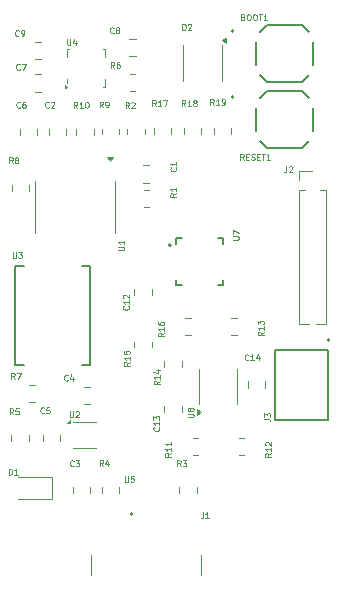
<source format=gbr>
%TF.GenerationSoftware,KiCad,Pcbnew,9.0.4*%
%TF.CreationDate,2025-09-15T16:29:57+02:00*%
%TF.ProjectId,stm32-mcu,73746d33-322d-46d6-9375-2e6b69636164,rev?*%
%TF.SameCoordinates,Original*%
%TF.FileFunction,Legend,Top*%
%TF.FilePolarity,Positive*%
%FSLAX46Y46*%
G04 Gerber Fmt 4.6, Leading zero omitted, Abs format (unit mm)*
G04 Created by KiCad (PCBNEW 9.0.4) date 2025-09-15 16:29:57*
%MOMM*%
%LPD*%
G01*
G04 APERTURE LIST*
%ADD10C,0.125000*%
%ADD11C,0.120000*%
%ADD12C,0.200000*%
%ADD13C,0.127000*%
%ADD14C,0.152400*%
G04 APERTURE END LIST*
D10*
X143051339Y-72433958D02*
X143051339Y-71933958D01*
X143051339Y-71933958D02*
X143170387Y-71933958D01*
X143170387Y-71933958D02*
X143241815Y-71957768D01*
X143241815Y-71957768D02*
X143289434Y-72005387D01*
X143289434Y-72005387D02*
X143313244Y-72053006D01*
X143313244Y-72053006D02*
X143337053Y-72148244D01*
X143337053Y-72148244D02*
X143337053Y-72219672D01*
X143337053Y-72219672D02*
X143313244Y-72314910D01*
X143313244Y-72314910D02*
X143289434Y-72362529D01*
X143289434Y-72362529D02*
X143241815Y-72410149D01*
X143241815Y-72410149D02*
X143170387Y-72433958D01*
X143170387Y-72433958D02*
X143051339Y-72433958D01*
X143527530Y-71981577D02*
X143551339Y-71957768D01*
X143551339Y-71957768D02*
X143598958Y-71933958D01*
X143598958Y-71933958D02*
X143718006Y-71933958D01*
X143718006Y-71933958D02*
X143765625Y-71957768D01*
X143765625Y-71957768D02*
X143789434Y-71981577D01*
X143789434Y-71981577D02*
X143813244Y-72029196D01*
X143813244Y-72029196D02*
X143813244Y-72076815D01*
X143813244Y-72076815D02*
X143789434Y-72148244D01*
X143789434Y-72148244D02*
X143503720Y-72433958D01*
X143503720Y-72433958D02*
X143813244Y-72433958D01*
X133273799Y-73202061D02*
X133273799Y-73606823D01*
X133273799Y-73606823D02*
X133297609Y-73654442D01*
X133297609Y-73654442D02*
X133321418Y-73678252D01*
X133321418Y-73678252D02*
X133369037Y-73702061D01*
X133369037Y-73702061D02*
X133464275Y-73702061D01*
X133464275Y-73702061D02*
X133511894Y-73678252D01*
X133511894Y-73678252D02*
X133535704Y-73654442D01*
X133535704Y-73654442D02*
X133559513Y-73606823D01*
X133559513Y-73606823D02*
X133559513Y-73202061D01*
X134011895Y-73368728D02*
X134011895Y-73702061D01*
X133892847Y-73178252D02*
X133773800Y-73535394D01*
X133773800Y-73535394D02*
X134083323Y-73535394D01*
X144775040Y-113296358D02*
X144775040Y-113653501D01*
X144775040Y-113653501D02*
X144751231Y-113724929D01*
X144751231Y-113724929D02*
X144703612Y-113772549D01*
X144703612Y-113772549D02*
X144632183Y-113796358D01*
X144632183Y-113796358D02*
X144584564Y-113796358D01*
X145275040Y-113796358D02*
X144989326Y-113796358D01*
X145132183Y-113796358D02*
X145132183Y-113296358D01*
X145132183Y-113296358D02*
X145084564Y-113367787D01*
X145084564Y-113367787D02*
X145036945Y-113415406D01*
X145036945Y-113415406D02*
X144989326Y-113439215D01*
X143298958Y-78888958D02*
X143132292Y-78650863D01*
X143013244Y-78888958D02*
X143013244Y-78388958D01*
X143013244Y-78388958D02*
X143203720Y-78388958D01*
X143203720Y-78388958D02*
X143251339Y-78412768D01*
X143251339Y-78412768D02*
X143275149Y-78436577D01*
X143275149Y-78436577D02*
X143298958Y-78484196D01*
X143298958Y-78484196D02*
X143298958Y-78555625D01*
X143298958Y-78555625D02*
X143275149Y-78603244D01*
X143275149Y-78603244D02*
X143251339Y-78627053D01*
X143251339Y-78627053D02*
X143203720Y-78650863D01*
X143203720Y-78650863D02*
X143013244Y-78650863D01*
X143775149Y-78888958D02*
X143489435Y-78888958D01*
X143632292Y-78888958D02*
X143632292Y-78388958D01*
X143632292Y-78388958D02*
X143584673Y-78460387D01*
X143584673Y-78460387D02*
X143537054Y-78508006D01*
X143537054Y-78508006D02*
X143489435Y-78531815D01*
X144060863Y-78603244D02*
X144013244Y-78579434D01*
X144013244Y-78579434D02*
X143989434Y-78555625D01*
X143989434Y-78555625D02*
X143965625Y-78508006D01*
X143965625Y-78508006D02*
X143965625Y-78484196D01*
X143965625Y-78484196D02*
X143989434Y-78436577D01*
X143989434Y-78436577D02*
X144013244Y-78412768D01*
X144013244Y-78412768D02*
X144060863Y-78388958D01*
X144060863Y-78388958D02*
X144156101Y-78388958D01*
X144156101Y-78388958D02*
X144203720Y-78412768D01*
X144203720Y-78412768D02*
X144227529Y-78436577D01*
X144227529Y-78436577D02*
X144251339Y-78484196D01*
X144251339Y-78484196D02*
X144251339Y-78508006D01*
X144251339Y-78508006D02*
X144227529Y-78555625D01*
X144227529Y-78555625D02*
X144203720Y-78579434D01*
X144203720Y-78579434D02*
X144156101Y-78603244D01*
X144156101Y-78603244D02*
X144060863Y-78603244D01*
X144060863Y-78603244D02*
X144013244Y-78627053D01*
X144013244Y-78627053D02*
X143989434Y-78650863D01*
X143989434Y-78650863D02*
X143965625Y-78698482D01*
X143965625Y-78698482D02*
X143965625Y-78793720D01*
X143965625Y-78793720D02*
X143989434Y-78841339D01*
X143989434Y-78841339D02*
X144013244Y-78865149D01*
X144013244Y-78865149D02*
X144060863Y-78888958D01*
X144060863Y-78888958D02*
X144156101Y-78888958D01*
X144156101Y-78888958D02*
X144203720Y-78865149D01*
X144203720Y-78865149D02*
X144227529Y-78841339D01*
X144227529Y-78841339D02*
X144251339Y-78793720D01*
X144251339Y-78793720D02*
X144251339Y-78698482D01*
X144251339Y-78698482D02*
X144227529Y-78650863D01*
X144227529Y-78650863D02*
X144203720Y-78627053D01*
X144203720Y-78627053D02*
X144156101Y-78603244D01*
X148622302Y-100360771D02*
X148598493Y-100384581D01*
X148598493Y-100384581D02*
X148527064Y-100408390D01*
X148527064Y-100408390D02*
X148479445Y-100408390D01*
X148479445Y-100408390D02*
X148408017Y-100384581D01*
X148408017Y-100384581D02*
X148360398Y-100336961D01*
X148360398Y-100336961D02*
X148336588Y-100289342D01*
X148336588Y-100289342D02*
X148312779Y-100194104D01*
X148312779Y-100194104D02*
X148312779Y-100122676D01*
X148312779Y-100122676D02*
X148336588Y-100027438D01*
X148336588Y-100027438D02*
X148360398Y-99979819D01*
X148360398Y-99979819D02*
X148408017Y-99932200D01*
X148408017Y-99932200D02*
X148479445Y-99908390D01*
X148479445Y-99908390D02*
X148527064Y-99908390D01*
X148527064Y-99908390D02*
X148598493Y-99932200D01*
X148598493Y-99932200D02*
X148622302Y-99956009D01*
X149098493Y-100408390D02*
X148812779Y-100408390D01*
X148955636Y-100408390D02*
X148955636Y-99908390D01*
X148955636Y-99908390D02*
X148908017Y-99979819D01*
X148908017Y-99979819D02*
X148860398Y-100027438D01*
X148860398Y-100027438D02*
X148812779Y-100051247D01*
X149527064Y-100075057D02*
X149527064Y-100408390D01*
X149408016Y-99884581D02*
X149288969Y-100241723D01*
X149288969Y-100241723D02*
X149598492Y-100241723D01*
X136323324Y-79005356D02*
X136156658Y-78767261D01*
X136037610Y-79005356D02*
X136037610Y-78505356D01*
X136037610Y-78505356D02*
X136228086Y-78505356D01*
X136228086Y-78505356D02*
X136275705Y-78529166D01*
X136275705Y-78529166D02*
X136299515Y-78552975D01*
X136299515Y-78552975D02*
X136323324Y-78600594D01*
X136323324Y-78600594D02*
X136323324Y-78672023D01*
X136323324Y-78672023D02*
X136299515Y-78719642D01*
X136299515Y-78719642D02*
X136275705Y-78743451D01*
X136275705Y-78743451D02*
X136228086Y-78767261D01*
X136228086Y-78767261D02*
X136037610Y-78767261D01*
X136561420Y-79005356D02*
X136656658Y-79005356D01*
X136656658Y-79005356D02*
X136704277Y-78981547D01*
X136704277Y-78981547D02*
X136728086Y-78957737D01*
X136728086Y-78957737D02*
X136775705Y-78886308D01*
X136775705Y-78886308D02*
X136799515Y-78791070D01*
X136799515Y-78791070D02*
X136799515Y-78600594D01*
X136799515Y-78600594D02*
X136775705Y-78552975D01*
X136775705Y-78552975D02*
X136751896Y-78529166D01*
X136751896Y-78529166D02*
X136704277Y-78505356D01*
X136704277Y-78505356D02*
X136609039Y-78505356D01*
X136609039Y-78505356D02*
X136561420Y-78529166D01*
X136561420Y-78529166D02*
X136537610Y-78552975D01*
X136537610Y-78552975D02*
X136513801Y-78600594D01*
X136513801Y-78600594D02*
X136513801Y-78719642D01*
X136513801Y-78719642D02*
X136537610Y-78767261D01*
X136537610Y-78767261D02*
X136561420Y-78791070D01*
X136561420Y-78791070D02*
X136609039Y-78814880D01*
X136609039Y-78814880D02*
X136704277Y-78814880D01*
X136704277Y-78814880D02*
X136751896Y-78791070D01*
X136751896Y-78791070D02*
X136775705Y-78767261D01*
X136775705Y-78767261D02*
X136799515Y-78719642D01*
X142524809Y-86283333D02*
X142286714Y-86449999D01*
X142524809Y-86569047D02*
X142024809Y-86569047D01*
X142024809Y-86569047D02*
X142024809Y-86378571D01*
X142024809Y-86378571D02*
X142048619Y-86330952D01*
X142048619Y-86330952D02*
X142072428Y-86307142D01*
X142072428Y-86307142D02*
X142120047Y-86283333D01*
X142120047Y-86283333D02*
X142191476Y-86283333D01*
X142191476Y-86283333D02*
X142239095Y-86307142D01*
X142239095Y-86307142D02*
X142262904Y-86330952D01*
X142262904Y-86330952D02*
X142286714Y-86378571D01*
X142286714Y-86378571D02*
X142286714Y-86569047D01*
X142524809Y-85807142D02*
X142524809Y-86092856D01*
X142524809Y-85949999D02*
X142024809Y-85949999D01*
X142024809Y-85949999D02*
X142096238Y-85997618D01*
X142096238Y-85997618D02*
X142143857Y-86045237D01*
X142143857Y-86045237D02*
X142167666Y-86092856D01*
X133837414Y-109329410D02*
X133813605Y-109353220D01*
X133813605Y-109353220D02*
X133742176Y-109377029D01*
X133742176Y-109377029D02*
X133694557Y-109377029D01*
X133694557Y-109377029D02*
X133623129Y-109353220D01*
X133623129Y-109353220D02*
X133575510Y-109305600D01*
X133575510Y-109305600D02*
X133551700Y-109257981D01*
X133551700Y-109257981D02*
X133527891Y-109162743D01*
X133527891Y-109162743D02*
X133527891Y-109091315D01*
X133527891Y-109091315D02*
X133551700Y-108996077D01*
X133551700Y-108996077D02*
X133575510Y-108948458D01*
X133575510Y-108948458D02*
X133623129Y-108900839D01*
X133623129Y-108900839D02*
X133694557Y-108877029D01*
X133694557Y-108877029D02*
X133742176Y-108877029D01*
X133742176Y-108877029D02*
X133813605Y-108900839D01*
X133813605Y-108900839D02*
X133837414Y-108924648D01*
X134004081Y-108877029D02*
X134313605Y-108877029D01*
X134313605Y-108877029D02*
X134146938Y-109067505D01*
X134146938Y-109067505D02*
X134218367Y-109067505D01*
X134218367Y-109067505D02*
X134265986Y-109091315D01*
X134265986Y-109091315D02*
X134289795Y-109115124D01*
X134289795Y-109115124D02*
X134313605Y-109162743D01*
X134313605Y-109162743D02*
X134313605Y-109281791D01*
X134313605Y-109281791D02*
X134289795Y-109329410D01*
X134289795Y-109329410D02*
X134265986Y-109353220D01*
X134265986Y-109353220D02*
X134218367Y-109377029D01*
X134218367Y-109377029D02*
X134075510Y-109377029D01*
X134075510Y-109377029D02*
X134027891Y-109353220D01*
X134027891Y-109353220D02*
X134004081Y-109329410D01*
X141114809Y-102158729D02*
X140876714Y-102325395D01*
X141114809Y-102444443D02*
X140614809Y-102444443D01*
X140614809Y-102444443D02*
X140614809Y-102253967D01*
X140614809Y-102253967D02*
X140638619Y-102206348D01*
X140638619Y-102206348D02*
X140662428Y-102182538D01*
X140662428Y-102182538D02*
X140710047Y-102158729D01*
X140710047Y-102158729D02*
X140781476Y-102158729D01*
X140781476Y-102158729D02*
X140829095Y-102182538D01*
X140829095Y-102182538D02*
X140852904Y-102206348D01*
X140852904Y-102206348D02*
X140876714Y-102253967D01*
X140876714Y-102253967D02*
X140876714Y-102444443D01*
X141114809Y-101682538D02*
X141114809Y-101968252D01*
X141114809Y-101825395D02*
X140614809Y-101825395D01*
X140614809Y-101825395D02*
X140686238Y-101873014D01*
X140686238Y-101873014D02*
X140733857Y-101920633D01*
X140733857Y-101920633D02*
X140757666Y-101968252D01*
X140781476Y-101253967D02*
X141114809Y-101253967D01*
X140591000Y-101373015D02*
X140948142Y-101492062D01*
X140948142Y-101492062D02*
X140948142Y-101182539D01*
X129284468Y-75768916D02*
X129260659Y-75792726D01*
X129260659Y-75792726D02*
X129189230Y-75816535D01*
X129189230Y-75816535D02*
X129141611Y-75816535D01*
X129141611Y-75816535D02*
X129070183Y-75792726D01*
X129070183Y-75792726D02*
X129022564Y-75745106D01*
X129022564Y-75745106D02*
X128998754Y-75697487D01*
X128998754Y-75697487D02*
X128974945Y-75602249D01*
X128974945Y-75602249D02*
X128974945Y-75530821D01*
X128974945Y-75530821D02*
X128998754Y-75435583D01*
X128998754Y-75435583D02*
X129022564Y-75387964D01*
X129022564Y-75387964D02*
X129070183Y-75340345D01*
X129070183Y-75340345D02*
X129141611Y-75316535D01*
X129141611Y-75316535D02*
X129189230Y-75316535D01*
X129189230Y-75316535D02*
X129260659Y-75340345D01*
X129260659Y-75340345D02*
X129284468Y-75364154D01*
X129451135Y-75316535D02*
X129784468Y-75316535D01*
X129784468Y-75316535D02*
X129570183Y-75816535D01*
X128351339Y-110088958D02*
X128351339Y-109588958D01*
X128351339Y-109588958D02*
X128470387Y-109588958D01*
X128470387Y-109588958D02*
X128541815Y-109612768D01*
X128541815Y-109612768D02*
X128589434Y-109660387D01*
X128589434Y-109660387D02*
X128613244Y-109708006D01*
X128613244Y-109708006D02*
X128637053Y-109803244D01*
X128637053Y-109803244D02*
X128637053Y-109874672D01*
X128637053Y-109874672D02*
X128613244Y-109969910D01*
X128613244Y-109969910D02*
X128589434Y-110017529D01*
X128589434Y-110017529D02*
X128541815Y-110065149D01*
X128541815Y-110065149D02*
X128470387Y-110088958D01*
X128470387Y-110088958D02*
X128351339Y-110088958D01*
X129113244Y-110088958D02*
X128827530Y-110088958D01*
X128970387Y-110088958D02*
X128970387Y-109588958D01*
X128970387Y-109588958D02*
X128922768Y-109660387D01*
X128922768Y-109660387D02*
X128875149Y-109708006D01*
X128875149Y-109708006D02*
X128827530Y-109731815D01*
X142477190Y-84083333D02*
X142501000Y-84107142D01*
X142501000Y-84107142D02*
X142524809Y-84178571D01*
X142524809Y-84178571D02*
X142524809Y-84226190D01*
X142524809Y-84226190D02*
X142501000Y-84297618D01*
X142501000Y-84297618D02*
X142453380Y-84345237D01*
X142453380Y-84345237D02*
X142405761Y-84369047D01*
X142405761Y-84369047D02*
X142310523Y-84392856D01*
X142310523Y-84392856D02*
X142239095Y-84392856D01*
X142239095Y-84392856D02*
X142143857Y-84369047D01*
X142143857Y-84369047D02*
X142096238Y-84345237D01*
X142096238Y-84345237D02*
X142048619Y-84297618D01*
X142048619Y-84297618D02*
X142024809Y-84226190D01*
X142024809Y-84226190D02*
X142024809Y-84178571D01*
X142024809Y-84178571D02*
X142048619Y-84107142D01*
X142048619Y-84107142D02*
X142072428Y-84083333D01*
X142524809Y-83607142D02*
X142524809Y-83892856D01*
X142524809Y-83749999D02*
X142024809Y-83749999D01*
X142024809Y-83749999D02*
X142096238Y-83797618D01*
X142096238Y-83797618D02*
X142143857Y-83845237D01*
X142143857Y-83845237D02*
X142167666Y-83892856D01*
X149924809Y-98021428D02*
X149686714Y-98188094D01*
X149924809Y-98307142D02*
X149424809Y-98307142D01*
X149424809Y-98307142D02*
X149424809Y-98116666D01*
X149424809Y-98116666D02*
X149448619Y-98069047D01*
X149448619Y-98069047D02*
X149472428Y-98045237D01*
X149472428Y-98045237D02*
X149520047Y-98021428D01*
X149520047Y-98021428D02*
X149591476Y-98021428D01*
X149591476Y-98021428D02*
X149639095Y-98045237D01*
X149639095Y-98045237D02*
X149662904Y-98069047D01*
X149662904Y-98069047D02*
X149686714Y-98116666D01*
X149686714Y-98116666D02*
X149686714Y-98307142D01*
X149924809Y-97545237D02*
X149924809Y-97830951D01*
X149924809Y-97688094D02*
X149424809Y-97688094D01*
X149424809Y-97688094D02*
X149496238Y-97735713D01*
X149496238Y-97735713D02*
X149543857Y-97783332D01*
X149543857Y-97783332D02*
X149567666Y-97830951D01*
X149424809Y-97378571D02*
X149424809Y-97069047D01*
X149424809Y-97069047D02*
X149615285Y-97235714D01*
X149615285Y-97235714D02*
X149615285Y-97164285D01*
X149615285Y-97164285D02*
X149639095Y-97116666D01*
X149639095Y-97116666D02*
X149662904Y-97092857D01*
X149662904Y-97092857D02*
X149710523Y-97069047D01*
X149710523Y-97069047D02*
X149829571Y-97069047D01*
X149829571Y-97069047D02*
X149877190Y-97092857D01*
X149877190Y-97092857D02*
X149901000Y-97116666D01*
X149901000Y-97116666D02*
X149924809Y-97164285D01*
X149924809Y-97164285D02*
X149924809Y-97307142D01*
X149924809Y-97307142D02*
X149901000Y-97354761D01*
X149901000Y-97354761D02*
X149877190Y-97378571D01*
X151853720Y-83988958D02*
X151853720Y-84346101D01*
X151853720Y-84346101D02*
X151829911Y-84417529D01*
X151829911Y-84417529D02*
X151782292Y-84465149D01*
X151782292Y-84465149D02*
X151710863Y-84488958D01*
X151710863Y-84488958D02*
X151663244Y-84488958D01*
X152068006Y-84036577D02*
X152091815Y-84012768D01*
X152091815Y-84012768D02*
X152139434Y-83988958D01*
X152139434Y-83988958D02*
X152258482Y-83988958D01*
X152258482Y-83988958D02*
X152306101Y-84012768D01*
X152306101Y-84012768D02*
X152329910Y-84036577D01*
X152329910Y-84036577D02*
X152353720Y-84084196D01*
X152353720Y-84084196D02*
X152353720Y-84131815D01*
X152353720Y-84131815D02*
X152329910Y-84203244D01*
X152329910Y-84203244D02*
X152044196Y-84488958D01*
X152044196Y-84488958D02*
X152353720Y-84488958D01*
X138169434Y-110210660D02*
X138169434Y-110615422D01*
X138169434Y-110615422D02*
X138193244Y-110663041D01*
X138193244Y-110663041D02*
X138217053Y-110686851D01*
X138217053Y-110686851D02*
X138264672Y-110710660D01*
X138264672Y-110710660D02*
X138359910Y-110710660D01*
X138359910Y-110710660D02*
X138407529Y-110686851D01*
X138407529Y-110686851D02*
X138431339Y-110663041D01*
X138431339Y-110663041D02*
X138455148Y-110615422D01*
X138455148Y-110615422D02*
X138455148Y-110210660D01*
X138931339Y-110210660D02*
X138693244Y-110210660D01*
X138693244Y-110210660D02*
X138669435Y-110448755D01*
X138669435Y-110448755D02*
X138693244Y-110424946D01*
X138693244Y-110424946D02*
X138740863Y-110401136D01*
X138740863Y-110401136D02*
X138859911Y-110401136D01*
X138859911Y-110401136D02*
X138907530Y-110424946D01*
X138907530Y-110424946D02*
X138931339Y-110448755D01*
X138931339Y-110448755D02*
X138955149Y-110496374D01*
X138955149Y-110496374D02*
X138955149Y-110615422D01*
X138955149Y-110615422D02*
X138931339Y-110663041D01*
X138931339Y-110663041D02*
X138907530Y-110686851D01*
X138907530Y-110686851D02*
X138859911Y-110710660D01*
X138859911Y-110710660D02*
X138740863Y-110710660D01*
X138740863Y-110710660D02*
X138693244Y-110686851D01*
X138693244Y-110686851D02*
X138669435Y-110663041D01*
X147324809Y-90207933D02*
X147729571Y-90207933D01*
X147729571Y-90207933D02*
X147777190Y-90184123D01*
X147777190Y-90184123D02*
X147801000Y-90160314D01*
X147801000Y-90160314D02*
X147824809Y-90112695D01*
X147824809Y-90112695D02*
X147824809Y-90017457D01*
X147824809Y-90017457D02*
X147801000Y-89969838D01*
X147801000Y-89969838D02*
X147777190Y-89946028D01*
X147777190Y-89946028D02*
X147729571Y-89922219D01*
X147729571Y-89922219D02*
X147324809Y-89922219D01*
X147324809Y-89731742D02*
X147324809Y-89398409D01*
X147324809Y-89398409D02*
X147824809Y-89612694D01*
X133338860Y-102086649D02*
X133315051Y-102110459D01*
X133315051Y-102110459D02*
X133243622Y-102134268D01*
X133243622Y-102134268D02*
X133196003Y-102134268D01*
X133196003Y-102134268D02*
X133124575Y-102110459D01*
X133124575Y-102110459D02*
X133076956Y-102062839D01*
X133076956Y-102062839D02*
X133053146Y-102015220D01*
X133053146Y-102015220D02*
X133029337Y-101919982D01*
X133029337Y-101919982D02*
X133029337Y-101848554D01*
X133029337Y-101848554D02*
X133053146Y-101753316D01*
X133053146Y-101753316D02*
X133076956Y-101705697D01*
X133076956Y-101705697D02*
X133124575Y-101658078D01*
X133124575Y-101658078D02*
X133196003Y-101634268D01*
X133196003Y-101634268D02*
X133243622Y-101634268D01*
X133243622Y-101634268D02*
X133315051Y-101658078D01*
X133315051Y-101658078D02*
X133338860Y-101681887D01*
X133767432Y-101800935D02*
X133767432Y-102134268D01*
X133648384Y-101610459D02*
X133529337Y-101967601D01*
X133529337Y-101967601D02*
X133838860Y-101967601D01*
X142894987Y-109383870D02*
X142728321Y-109145775D01*
X142609273Y-109383870D02*
X142609273Y-108883870D01*
X142609273Y-108883870D02*
X142799749Y-108883870D01*
X142799749Y-108883870D02*
X142847368Y-108907680D01*
X142847368Y-108907680D02*
X142871178Y-108931489D01*
X142871178Y-108931489D02*
X142894987Y-108979108D01*
X142894987Y-108979108D02*
X142894987Y-109050537D01*
X142894987Y-109050537D02*
X142871178Y-109098156D01*
X142871178Y-109098156D02*
X142847368Y-109121965D01*
X142847368Y-109121965D02*
X142799749Y-109145775D01*
X142799749Y-109145775D02*
X142609273Y-109145775D01*
X143061654Y-108883870D02*
X143371178Y-108883870D01*
X143371178Y-108883870D02*
X143204511Y-109074346D01*
X143204511Y-109074346D02*
X143275940Y-109074346D01*
X143275940Y-109074346D02*
X143323559Y-109098156D01*
X143323559Y-109098156D02*
X143347368Y-109121965D01*
X143347368Y-109121965D02*
X143371178Y-109169584D01*
X143371178Y-109169584D02*
X143371178Y-109288632D01*
X143371178Y-109288632D02*
X143347368Y-109336251D01*
X143347368Y-109336251D02*
X143323559Y-109360061D01*
X143323559Y-109360061D02*
X143275940Y-109383870D01*
X143275940Y-109383870D02*
X143133083Y-109383870D01*
X143133083Y-109383870D02*
X143085464Y-109360061D01*
X143085464Y-109360061D02*
X143061654Y-109336251D01*
X148235714Y-83424809D02*
X148069048Y-83186714D01*
X147950000Y-83424809D02*
X147950000Y-82924809D01*
X147950000Y-82924809D02*
X148140476Y-82924809D01*
X148140476Y-82924809D02*
X148188095Y-82948619D01*
X148188095Y-82948619D02*
X148211905Y-82972428D01*
X148211905Y-82972428D02*
X148235714Y-83020047D01*
X148235714Y-83020047D02*
X148235714Y-83091476D01*
X148235714Y-83091476D02*
X148211905Y-83139095D01*
X148211905Y-83139095D02*
X148188095Y-83162904D01*
X148188095Y-83162904D02*
X148140476Y-83186714D01*
X148140476Y-83186714D02*
X147950000Y-83186714D01*
X148450000Y-83162904D02*
X148616667Y-83162904D01*
X148688095Y-83424809D02*
X148450000Y-83424809D01*
X148450000Y-83424809D02*
X148450000Y-82924809D01*
X148450000Y-82924809D02*
X148688095Y-82924809D01*
X148878572Y-83401000D02*
X148950000Y-83424809D01*
X148950000Y-83424809D02*
X149069048Y-83424809D01*
X149069048Y-83424809D02*
X149116667Y-83401000D01*
X149116667Y-83401000D02*
X149140476Y-83377190D01*
X149140476Y-83377190D02*
X149164286Y-83329571D01*
X149164286Y-83329571D02*
X149164286Y-83281952D01*
X149164286Y-83281952D02*
X149140476Y-83234333D01*
X149140476Y-83234333D02*
X149116667Y-83210523D01*
X149116667Y-83210523D02*
X149069048Y-83186714D01*
X149069048Y-83186714D02*
X148973810Y-83162904D01*
X148973810Y-83162904D02*
X148926191Y-83139095D01*
X148926191Y-83139095D02*
X148902381Y-83115285D01*
X148902381Y-83115285D02*
X148878572Y-83067666D01*
X148878572Y-83067666D02*
X148878572Y-83020047D01*
X148878572Y-83020047D02*
X148902381Y-82972428D01*
X148902381Y-82972428D02*
X148926191Y-82948619D01*
X148926191Y-82948619D02*
X148973810Y-82924809D01*
X148973810Y-82924809D02*
X149092857Y-82924809D01*
X149092857Y-82924809D02*
X149164286Y-82948619D01*
X149378571Y-83162904D02*
X149545238Y-83162904D01*
X149616666Y-83424809D02*
X149378571Y-83424809D01*
X149378571Y-83424809D02*
X149378571Y-82924809D01*
X149378571Y-82924809D02*
X149616666Y-82924809D01*
X149759524Y-82924809D02*
X150045238Y-82924809D01*
X149902381Y-83424809D02*
X149902381Y-82924809D01*
X150473809Y-83424809D02*
X150188095Y-83424809D01*
X150330952Y-83424809D02*
X150330952Y-82924809D01*
X150330952Y-82924809D02*
X150283333Y-82996238D01*
X150283333Y-82996238D02*
X150235714Y-83043857D01*
X150235714Y-83043857D02*
X150188095Y-83067666D01*
X134152666Y-79027473D02*
X133986000Y-78789378D01*
X133866952Y-79027473D02*
X133866952Y-78527473D01*
X133866952Y-78527473D02*
X134057428Y-78527473D01*
X134057428Y-78527473D02*
X134105047Y-78551283D01*
X134105047Y-78551283D02*
X134128857Y-78575092D01*
X134128857Y-78575092D02*
X134152666Y-78622711D01*
X134152666Y-78622711D02*
X134152666Y-78694140D01*
X134152666Y-78694140D02*
X134128857Y-78741759D01*
X134128857Y-78741759D02*
X134105047Y-78765568D01*
X134105047Y-78765568D02*
X134057428Y-78789378D01*
X134057428Y-78789378D02*
X133866952Y-78789378D01*
X134628857Y-79027473D02*
X134343143Y-79027473D01*
X134486000Y-79027473D02*
X134486000Y-78527473D01*
X134486000Y-78527473D02*
X134438381Y-78598902D01*
X134438381Y-78598902D02*
X134390762Y-78646521D01*
X134390762Y-78646521D02*
X134343143Y-78670330D01*
X134938380Y-78527473D02*
X134985999Y-78527473D01*
X134985999Y-78527473D02*
X135033618Y-78551283D01*
X135033618Y-78551283D02*
X135057428Y-78575092D01*
X135057428Y-78575092D02*
X135081237Y-78622711D01*
X135081237Y-78622711D02*
X135105047Y-78717949D01*
X135105047Y-78717949D02*
X135105047Y-78836997D01*
X135105047Y-78836997D02*
X135081237Y-78932235D01*
X135081237Y-78932235D02*
X135057428Y-78979854D01*
X135057428Y-78979854D02*
X135033618Y-79003664D01*
X135033618Y-79003664D02*
X134985999Y-79027473D01*
X134985999Y-79027473D02*
X134938380Y-79027473D01*
X134938380Y-79027473D02*
X134890761Y-79003664D01*
X134890761Y-79003664D02*
X134866952Y-78979854D01*
X134866952Y-78979854D02*
X134843142Y-78932235D01*
X134843142Y-78932235D02*
X134819333Y-78836997D01*
X134819333Y-78836997D02*
X134819333Y-78717949D01*
X134819333Y-78717949D02*
X134843142Y-78622711D01*
X134843142Y-78622711D02*
X134866952Y-78575092D01*
X134866952Y-78575092D02*
X134890761Y-78551283D01*
X134890761Y-78551283D02*
X134938380Y-78527473D01*
X129301792Y-78985345D02*
X129277983Y-79009155D01*
X129277983Y-79009155D02*
X129206554Y-79032964D01*
X129206554Y-79032964D02*
X129158935Y-79032964D01*
X129158935Y-79032964D02*
X129087507Y-79009155D01*
X129087507Y-79009155D02*
X129039888Y-78961535D01*
X129039888Y-78961535D02*
X129016078Y-78913916D01*
X129016078Y-78913916D02*
X128992269Y-78818678D01*
X128992269Y-78818678D02*
X128992269Y-78747250D01*
X128992269Y-78747250D02*
X129016078Y-78652012D01*
X129016078Y-78652012D02*
X129039888Y-78604393D01*
X129039888Y-78604393D02*
X129087507Y-78556774D01*
X129087507Y-78556774D02*
X129158935Y-78532964D01*
X129158935Y-78532964D02*
X129206554Y-78532964D01*
X129206554Y-78532964D02*
X129277983Y-78556774D01*
X129277983Y-78556774D02*
X129301792Y-78580583D01*
X129730364Y-78532964D02*
X129635126Y-78532964D01*
X129635126Y-78532964D02*
X129587507Y-78556774D01*
X129587507Y-78556774D02*
X129563697Y-78580583D01*
X129563697Y-78580583D02*
X129516078Y-78652012D01*
X129516078Y-78652012D02*
X129492269Y-78747250D01*
X129492269Y-78747250D02*
X129492269Y-78937726D01*
X129492269Y-78937726D02*
X129516078Y-78985345D01*
X129516078Y-78985345D02*
X129539888Y-79009155D01*
X129539888Y-79009155D02*
X129587507Y-79032964D01*
X129587507Y-79032964D02*
X129682745Y-79032964D01*
X129682745Y-79032964D02*
X129730364Y-79009155D01*
X129730364Y-79009155D02*
X129754173Y-78985345D01*
X129754173Y-78985345D02*
X129777983Y-78937726D01*
X129777983Y-78937726D02*
X129777983Y-78818678D01*
X129777983Y-78818678D02*
X129754173Y-78771059D01*
X129754173Y-78771059D02*
X129730364Y-78747250D01*
X129730364Y-78747250D02*
X129682745Y-78723440D01*
X129682745Y-78723440D02*
X129587507Y-78723440D01*
X129587507Y-78723440D02*
X129539888Y-78747250D01*
X129539888Y-78747250D02*
X129516078Y-78771059D01*
X129516078Y-78771059D02*
X129492269Y-78818678D01*
X138477190Y-95821428D02*
X138501000Y-95845237D01*
X138501000Y-95845237D02*
X138524809Y-95916666D01*
X138524809Y-95916666D02*
X138524809Y-95964285D01*
X138524809Y-95964285D02*
X138501000Y-96035713D01*
X138501000Y-96035713D02*
X138453380Y-96083332D01*
X138453380Y-96083332D02*
X138405761Y-96107142D01*
X138405761Y-96107142D02*
X138310523Y-96130951D01*
X138310523Y-96130951D02*
X138239095Y-96130951D01*
X138239095Y-96130951D02*
X138143857Y-96107142D01*
X138143857Y-96107142D02*
X138096238Y-96083332D01*
X138096238Y-96083332D02*
X138048619Y-96035713D01*
X138048619Y-96035713D02*
X138024809Y-95964285D01*
X138024809Y-95964285D02*
X138024809Y-95916666D01*
X138024809Y-95916666D02*
X138048619Y-95845237D01*
X138048619Y-95845237D02*
X138072428Y-95821428D01*
X138524809Y-95345237D02*
X138524809Y-95630951D01*
X138524809Y-95488094D02*
X138024809Y-95488094D01*
X138024809Y-95488094D02*
X138096238Y-95535713D01*
X138096238Y-95535713D02*
X138143857Y-95583332D01*
X138143857Y-95583332D02*
X138167666Y-95630951D01*
X138072428Y-95154761D02*
X138048619Y-95130952D01*
X138048619Y-95130952D02*
X138024809Y-95083333D01*
X138024809Y-95083333D02*
X138024809Y-94964285D01*
X138024809Y-94964285D02*
X138048619Y-94916666D01*
X138048619Y-94916666D02*
X138072428Y-94892857D01*
X138072428Y-94892857D02*
X138120047Y-94869047D01*
X138120047Y-94869047D02*
X138167666Y-94869047D01*
X138167666Y-94869047D02*
X138239095Y-94892857D01*
X138239095Y-94892857D02*
X138524809Y-95178571D01*
X138524809Y-95178571D02*
X138524809Y-94869047D01*
X128686119Y-91241584D02*
X128686119Y-91646346D01*
X128686119Y-91646346D02*
X128709929Y-91693965D01*
X128709929Y-91693965D02*
X128733738Y-91717775D01*
X128733738Y-91717775D02*
X128781357Y-91741584D01*
X128781357Y-91741584D02*
X128876595Y-91741584D01*
X128876595Y-91741584D02*
X128924214Y-91717775D01*
X128924214Y-91717775D02*
X128948024Y-91693965D01*
X128948024Y-91693965D02*
X128971833Y-91646346D01*
X128971833Y-91646346D02*
X128971833Y-91241584D01*
X129162310Y-91241584D02*
X129471834Y-91241584D01*
X129471834Y-91241584D02*
X129305167Y-91432060D01*
X129305167Y-91432060D02*
X129376596Y-91432060D01*
X129376596Y-91432060D02*
X129424215Y-91455870D01*
X129424215Y-91455870D02*
X129448024Y-91479679D01*
X129448024Y-91479679D02*
X129471834Y-91527298D01*
X129471834Y-91527298D02*
X129471834Y-91646346D01*
X129471834Y-91646346D02*
X129448024Y-91693965D01*
X129448024Y-91693965D02*
X129424215Y-91717775D01*
X129424215Y-91717775D02*
X129376596Y-91741584D01*
X129376596Y-91741584D02*
X129233739Y-91741584D01*
X129233739Y-91741584D02*
X129186120Y-91717775D01*
X129186120Y-91717775D02*
X129162310Y-91693965D01*
X137283974Y-75666032D02*
X137117308Y-75427937D01*
X136998260Y-75666032D02*
X136998260Y-75166032D01*
X136998260Y-75166032D02*
X137188736Y-75166032D01*
X137188736Y-75166032D02*
X137236355Y-75189842D01*
X137236355Y-75189842D02*
X137260165Y-75213651D01*
X137260165Y-75213651D02*
X137283974Y-75261270D01*
X137283974Y-75261270D02*
X137283974Y-75332699D01*
X137283974Y-75332699D02*
X137260165Y-75380318D01*
X137260165Y-75380318D02*
X137236355Y-75404127D01*
X137236355Y-75404127D02*
X137188736Y-75427937D01*
X137188736Y-75427937D02*
X136998260Y-75427937D01*
X137712546Y-75166032D02*
X137617308Y-75166032D01*
X137617308Y-75166032D02*
X137569689Y-75189842D01*
X137569689Y-75189842D02*
X137545879Y-75213651D01*
X137545879Y-75213651D02*
X137498260Y-75285080D01*
X137498260Y-75285080D02*
X137474451Y-75380318D01*
X137474451Y-75380318D02*
X137474451Y-75570794D01*
X137474451Y-75570794D02*
X137498260Y-75618413D01*
X137498260Y-75618413D02*
X137522070Y-75642223D01*
X137522070Y-75642223D02*
X137569689Y-75666032D01*
X137569689Y-75666032D02*
X137664927Y-75666032D01*
X137664927Y-75666032D02*
X137712546Y-75642223D01*
X137712546Y-75642223D02*
X137736355Y-75618413D01*
X137736355Y-75618413D02*
X137760165Y-75570794D01*
X137760165Y-75570794D02*
X137760165Y-75451746D01*
X137760165Y-75451746D02*
X137736355Y-75404127D01*
X137736355Y-75404127D02*
X137712546Y-75380318D01*
X137712546Y-75380318D02*
X137664927Y-75356508D01*
X137664927Y-75356508D02*
X137569689Y-75356508D01*
X137569689Y-75356508D02*
X137522070Y-75380318D01*
X137522070Y-75380318D02*
X137498260Y-75404127D01*
X137498260Y-75404127D02*
X137474451Y-75451746D01*
X133505590Y-104703978D02*
X133505590Y-105108740D01*
X133505590Y-105108740D02*
X133529400Y-105156359D01*
X133529400Y-105156359D02*
X133553209Y-105180169D01*
X133553209Y-105180169D02*
X133600828Y-105203978D01*
X133600828Y-105203978D02*
X133696066Y-105203978D01*
X133696066Y-105203978D02*
X133743685Y-105180169D01*
X133743685Y-105180169D02*
X133767495Y-105156359D01*
X133767495Y-105156359D02*
X133791304Y-105108740D01*
X133791304Y-105108740D02*
X133791304Y-104703978D01*
X134005591Y-104751597D02*
X134029400Y-104727788D01*
X134029400Y-104727788D02*
X134077019Y-104703978D01*
X134077019Y-104703978D02*
X134196067Y-104703978D01*
X134196067Y-104703978D02*
X134243686Y-104727788D01*
X134243686Y-104727788D02*
X134267495Y-104751597D01*
X134267495Y-104751597D02*
X134291305Y-104799216D01*
X134291305Y-104799216D02*
X134291305Y-104846835D01*
X134291305Y-104846835D02*
X134267495Y-104918264D01*
X134267495Y-104918264D02*
X133981781Y-105203978D01*
X133981781Y-105203978D02*
X134291305Y-105203978D01*
X131735887Y-78962057D02*
X131712078Y-78985867D01*
X131712078Y-78985867D02*
X131640649Y-79009676D01*
X131640649Y-79009676D02*
X131593030Y-79009676D01*
X131593030Y-79009676D02*
X131521602Y-78985867D01*
X131521602Y-78985867D02*
X131473983Y-78938247D01*
X131473983Y-78938247D02*
X131450173Y-78890628D01*
X131450173Y-78890628D02*
X131426364Y-78795390D01*
X131426364Y-78795390D02*
X131426364Y-78723962D01*
X131426364Y-78723962D02*
X131450173Y-78628724D01*
X131450173Y-78628724D02*
X131473983Y-78581105D01*
X131473983Y-78581105D02*
X131521602Y-78533486D01*
X131521602Y-78533486D02*
X131593030Y-78509676D01*
X131593030Y-78509676D02*
X131640649Y-78509676D01*
X131640649Y-78509676D02*
X131712078Y-78533486D01*
X131712078Y-78533486D02*
X131735887Y-78557295D01*
X131926364Y-78557295D02*
X131950173Y-78533486D01*
X131950173Y-78533486D02*
X131997792Y-78509676D01*
X131997792Y-78509676D02*
X132116840Y-78509676D01*
X132116840Y-78509676D02*
X132164459Y-78533486D01*
X132164459Y-78533486D02*
X132188268Y-78557295D01*
X132188268Y-78557295D02*
X132212078Y-78604914D01*
X132212078Y-78604914D02*
X132212078Y-78652533D01*
X132212078Y-78652533D02*
X132188268Y-78723962D01*
X132188268Y-78723962D02*
X131902554Y-79009676D01*
X131902554Y-79009676D02*
X132212078Y-79009676D01*
X128719625Y-104988958D02*
X128552959Y-104750863D01*
X128433911Y-104988958D02*
X128433911Y-104488958D01*
X128433911Y-104488958D02*
X128624387Y-104488958D01*
X128624387Y-104488958D02*
X128672006Y-104512768D01*
X128672006Y-104512768D02*
X128695816Y-104536577D01*
X128695816Y-104536577D02*
X128719625Y-104584196D01*
X128719625Y-104584196D02*
X128719625Y-104655625D01*
X128719625Y-104655625D02*
X128695816Y-104703244D01*
X128695816Y-104703244D02*
X128672006Y-104727053D01*
X128672006Y-104727053D02*
X128624387Y-104750863D01*
X128624387Y-104750863D02*
X128433911Y-104750863D01*
X129172006Y-104488958D02*
X128933911Y-104488958D01*
X128933911Y-104488958D02*
X128910102Y-104727053D01*
X128910102Y-104727053D02*
X128933911Y-104703244D01*
X128933911Y-104703244D02*
X128981530Y-104679434D01*
X128981530Y-104679434D02*
X129100578Y-104679434D01*
X129100578Y-104679434D02*
X129148197Y-104703244D01*
X129148197Y-104703244D02*
X129172006Y-104727053D01*
X129172006Y-104727053D02*
X129195816Y-104774672D01*
X129195816Y-104774672D02*
X129195816Y-104893720D01*
X129195816Y-104893720D02*
X129172006Y-104941339D01*
X129172006Y-104941339D02*
X129148197Y-104965149D01*
X129148197Y-104965149D02*
X129100578Y-104988958D01*
X129100578Y-104988958D02*
X128981530Y-104988958D01*
X128981530Y-104988958D02*
X128933911Y-104965149D01*
X128933911Y-104965149D02*
X128910102Y-104941339D01*
X138521195Y-79065734D02*
X138354529Y-78827639D01*
X138235481Y-79065734D02*
X138235481Y-78565734D01*
X138235481Y-78565734D02*
X138425957Y-78565734D01*
X138425957Y-78565734D02*
X138473576Y-78589544D01*
X138473576Y-78589544D02*
X138497386Y-78613353D01*
X138497386Y-78613353D02*
X138521195Y-78660972D01*
X138521195Y-78660972D02*
X138521195Y-78732401D01*
X138521195Y-78732401D02*
X138497386Y-78780020D01*
X138497386Y-78780020D02*
X138473576Y-78803829D01*
X138473576Y-78803829D02*
X138425957Y-78827639D01*
X138425957Y-78827639D02*
X138235481Y-78827639D01*
X138711672Y-78613353D02*
X138735481Y-78589544D01*
X138735481Y-78589544D02*
X138783100Y-78565734D01*
X138783100Y-78565734D02*
X138902148Y-78565734D01*
X138902148Y-78565734D02*
X138949767Y-78589544D01*
X138949767Y-78589544D02*
X138973576Y-78613353D01*
X138973576Y-78613353D02*
X138997386Y-78660972D01*
X138997386Y-78660972D02*
X138997386Y-78708591D01*
X138997386Y-78708591D02*
X138973576Y-78780020D01*
X138973576Y-78780020D02*
X138687862Y-79065734D01*
X138687862Y-79065734D02*
X138997386Y-79065734D01*
X129188974Y-72908002D02*
X129165165Y-72931812D01*
X129165165Y-72931812D02*
X129093736Y-72955621D01*
X129093736Y-72955621D02*
X129046117Y-72955621D01*
X129046117Y-72955621D02*
X128974689Y-72931812D01*
X128974689Y-72931812D02*
X128927070Y-72884192D01*
X128927070Y-72884192D02*
X128903260Y-72836573D01*
X128903260Y-72836573D02*
X128879451Y-72741335D01*
X128879451Y-72741335D02*
X128879451Y-72669907D01*
X128879451Y-72669907D02*
X128903260Y-72574669D01*
X128903260Y-72574669D02*
X128927070Y-72527050D01*
X128927070Y-72527050D02*
X128974689Y-72479431D01*
X128974689Y-72479431D02*
X129046117Y-72455621D01*
X129046117Y-72455621D02*
X129093736Y-72455621D01*
X129093736Y-72455621D02*
X129165165Y-72479431D01*
X129165165Y-72479431D02*
X129188974Y-72503240D01*
X129427070Y-72955621D02*
X129522308Y-72955621D01*
X129522308Y-72955621D02*
X129569927Y-72931812D01*
X129569927Y-72931812D02*
X129593736Y-72908002D01*
X129593736Y-72908002D02*
X129641355Y-72836573D01*
X129641355Y-72836573D02*
X129665165Y-72741335D01*
X129665165Y-72741335D02*
X129665165Y-72550859D01*
X129665165Y-72550859D02*
X129641355Y-72503240D01*
X129641355Y-72503240D02*
X129617546Y-72479431D01*
X129617546Y-72479431D02*
X129569927Y-72455621D01*
X129569927Y-72455621D02*
X129474689Y-72455621D01*
X129474689Y-72455621D02*
X129427070Y-72479431D01*
X129427070Y-72479431D02*
X129403260Y-72503240D01*
X129403260Y-72503240D02*
X129379451Y-72550859D01*
X129379451Y-72550859D02*
X129379451Y-72669907D01*
X129379451Y-72669907D02*
X129403260Y-72717526D01*
X129403260Y-72717526D02*
X129427070Y-72741335D01*
X129427070Y-72741335D02*
X129474689Y-72765145D01*
X129474689Y-72765145D02*
X129569927Y-72765145D01*
X129569927Y-72765145D02*
X129617546Y-72741335D01*
X129617546Y-72741335D02*
X129641355Y-72717526D01*
X129641355Y-72717526D02*
X129665165Y-72669907D01*
X141037190Y-106083928D02*
X141061000Y-106107737D01*
X141061000Y-106107737D02*
X141084809Y-106179166D01*
X141084809Y-106179166D02*
X141084809Y-106226785D01*
X141084809Y-106226785D02*
X141061000Y-106298213D01*
X141061000Y-106298213D02*
X141013380Y-106345832D01*
X141013380Y-106345832D02*
X140965761Y-106369642D01*
X140965761Y-106369642D02*
X140870523Y-106393451D01*
X140870523Y-106393451D02*
X140799095Y-106393451D01*
X140799095Y-106393451D02*
X140703857Y-106369642D01*
X140703857Y-106369642D02*
X140656238Y-106345832D01*
X140656238Y-106345832D02*
X140608619Y-106298213D01*
X140608619Y-106298213D02*
X140584809Y-106226785D01*
X140584809Y-106226785D02*
X140584809Y-106179166D01*
X140584809Y-106179166D02*
X140608619Y-106107737D01*
X140608619Y-106107737D02*
X140632428Y-106083928D01*
X141084809Y-105607737D02*
X141084809Y-105893451D01*
X141084809Y-105750594D02*
X140584809Y-105750594D01*
X140584809Y-105750594D02*
X140656238Y-105798213D01*
X140656238Y-105798213D02*
X140703857Y-105845832D01*
X140703857Y-105845832D02*
X140727666Y-105893451D01*
X140584809Y-105441071D02*
X140584809Y-105131547D01*
X140584809Y-105131547D02*
X140775285Y-105298214D01*
X140775285Y-105298214D02*
X140775285Y-105226785D01*
X140775285Y-105226785D02*
X140799095Y-105179166D01*
X140799095Y-105179166D02*
X140822904Y-105155357D01*
X140822904Y-105155357D02*
X140870523Y-105131547D01*
X140870523Y-105131547D02*
X140989571Y-105131547D01*
X140989571Y-105131547D02*
X141037190Y-105155357D01*
X141037190Y-105155357D02*
X141061000Y-105179166D01*
X141061000Y-105179166D02*
X141084809Y-105226785D01*
X141084809Y-105226785D02*
X141084809Y-105369642D01*
X141084809Y-105369642D02*
X141061000Y-105417261D01*
X141061000Y-105417261D02*
X141037190Y-105441071D01*
X136341244Y-109356506D02*
X136174578Y-109118411D01*
X136055530Y-109356506D02*
X136055530Y-108856506D01*
X136055530Y-108856506D02*
X136246006Y-108856506D01*
X136246006Y-108856506D02*
X136293625Y-108880316D01*
X136293625Y-108880316D02*
X136317435Y-108904125D01*
X136317435Y-108904125D02*
X136341244Y-108951744D01*
X136341244Y-108951744D02*
X136341244Y-109023173D01*
X136341244Y-109023173D02*
X136317435Y-109070792D01*
X136317435Y-109070792D02*
X136293625Y-109094601D01*
X136293625Y-109094601D02*
X136246006Y-109118411D01*
X136246006Y-109118411D02*
X136055530Y-109118411D01*
X136769816Y-109023173D02*
X136769816Y-109356506D01*
X136650768Y-108832697D02*
X136531721Y-109189839D01*
X136531721Y-109189839D02*
X136841244Y-109189839D01*
X141484809Y-98101428D02*
X141246714Y-98268094D01*
X141484809Y-98387142D02*
X140984809Y-98387142D01*
X140984809Y-98387142D02*
X140984809Y-98196666D01*
X140984809Y-98196666D02*
X141008619Y-98149047D01*
X141008619Y-98149047D02*
X141032428Y-98125237D01*
X141032428Y-98125237D02*
X141080047Y-98101428D01*
X141080047Y-98101428D02*
X141151476Y-98101428D01*
X141151476Y-98101428D02*
X141199095Y-98125237D01*
X141199095Y-98125237D02*
X141222904Y-98149047D01*
X141222904Y-98149047D02*
X141246714Y-98196666D01*
X141246714Y-98196666D02*
X141246714Y-98387142D01*
X141484809Y-97625237D02*
X141484809Y-97910951D01*
X141484809Y-97768094D02*
X140984809Y-97768094D01*
X140984809Y-97768094D02*
X141056238Y-97815713D01*
X141056238Y-97815713D02*
X141103857Y-97863332D01*
X141103857Y-97863332D02*
X141127666Y-97910951D01*
X140984809Y-97196666D02*
X140984809Y-97291904D01*
X140984809Y-97291904D02*
X141008619Y-97339523D01*
X141008619Y-97339523D02*
X141032428Y-97363333D01*
X141032428Y-97363333D02*
X141103857Y-97410952D01*
X141103857Y-97410952D02*
X141199095Y-97434761D01*
X141199095Y-97434761D02*
X141389571Y-97434761D01*
X141389571Y-97434761D02*
X141437190Y-97410952D01*
X141437190Y-97410952D02*
X141461000Y-97387142D01*
X141461000Y-97387142D02*
X141484809Y-97339523D01*
X141484809Y-97339523D02*
X141484809Y-97244285D01*
X141484809Y-97244285D02*
X141461000Y-97196666D01*
X141461000Y-97196666D02*
X141437190Y-97172857D01*
X141437190Y-97172857D02*
X141389571Y-97149047D01*
X141389571Y-97149047D02*
X141270523Y-97149047D01*
X141270523Y-97149047D02*
X141222904Y-97172857D01*
X141222904Y-97172857D02*
X141199095Y-97196666D01*
X141199095Y-97196666D02*
X141175285Y-97244285D01*
X141175285Y-97244285D02*
X141175285Y-97339523D01*
X141175285Y-97339523D02*
X141199095Y-97387142D01*
X141199095Y-97387142D02*
X141222904Y-97410952D01*
X141222904Y-97410952D02*
X141270523Y-97434761D01*
X145698958Y-78788958D02*
X145532292Y-78550863D01*
X145413244Y-78788958D02*
X145413244Y-78288958D01*
X145413244Y-78288958D02*
X145603720Y-78288958D01*
X145603720Y-78288958D02*
X145651339Y-78312768D01*
X145651339Y-78312768D02*
X145675149Y-78336577D01*
X145675149Y-78336577D02*
X145698958Y-78384196D01*
X145698958Y-78384196D02*
X145698958Y-78455625D01*
X145698958Y-78455625D02*
X145675149Y-78503244D01*
X145675149Y-78503244D02*
X145651339Y-78527053D01*
X145651339Y-78527053D02*
X145603720Y-78550863D01*
X145603720Y-78550863D02*
X145413244Y-78550863D01*
X146175149Y-78788958D02*
X145889435Y-78788958D01*
X146032292Y-78788958D02*
X146032292Y-78288958D01*
X146032292Y-78288958D02*
X145984673Y-78360387D01*
X145984673Y-78360387D02*
X145937054Y-78408006D01*
X145937054Y-78408006D02*
X145889435Y-78431815D01*
X146413244Y-78788958D02*
X146508482Y-78788958D01*
X146508482Y-78788958D02*
X146556101Y-78765149D01*
X146556101Y-78765149D02*
X146579910Y-78741339D01*
X146579910Y-78741339D02*
X146627529Y-78669910D01*
X146627529Y-78669910D02*
X146651339Y-78574672D01*
X146651339Y-78574672D02*
X146651339Y-78384196D01*
X146651339Y-78384196D02*
X146627529Y-78336577D01*
X146627529Y-78336577D02*
X146603720Y-78312768D01*
X146603720Y-78312768D02*
X146556101Y-78288958D01*
X146556101Y-78288958D02*
X146460863Y-78288958D01*
X146460863Y-78288958D02*
X146413244Y-78312768D01*
X146413244Y-78312768D02*
X146389434Y-78336577D01*
X146389434Y-78336577D02*
X146365625Y-78384196D01*
X146365625Y-78384196D02*
X146365625Y-78503244D01*
X146365625Y-78503244D02*
X146389434Y-78550863D01*
X146389434Y-78550863D02*
X146413244Y-78574672D01*
X146413244Y-78574672D02*
X146460863Y-78598482D01*
X146460863Y-78598482D02*
X146556101Y-78598482D01*
X146556101Y-78598482D02*
X146603720Y-78574672D01*
X146603720Y-78574672D02*
X146627529Y-78550863D01*
X146627529Y-78550863D02*
X146651339Y-78503244D01*
X148183333Y-71362904D02*
X148254761Y-71386714D01*
X148254761Y-71386714D02*
X148278571Y-71410523D01*
X148278571Y-71410523D02*
X148302380Y-71458142D01*
X148302380Y-71458142D02*
X148302380Y-71529571D01*
X148302380Y-71529571D02*
X148278571Y-71577190D01*
X148278571Y-71577190D02*
X148254761Y-71601000D01*
X148254761Y-71601000D02*
X148207142Y-71624809D01*
X148207142Y-71624809D02*
X148016666Y-71624809D01*
X148016666Y-71624809D02*
X148016666Y-71124809D01*
X148016666Y-71124809D02*
X148183333Y-71124809D01*
X148183333Y-71124809D02*
X148230952Y-71148619D01*
X148230952Y-71148619D02*
X148254761Y-71172428D01*
X148254761Y-71172428D02*
X148278571Y-71220047D01*
X148278571Y-71220047D02*
X148278571Y-71267666D01*
X148278571Y-71267666D02*
X148254761Y-71315285D01*
X148254761Y-71315285D02*
X148230952Y-71339095D01*
X148230952Y-71339095D02*
X148183333Y-71362904D01*
X148183333Y-71362904D02*
X148016666Y-71362904D01*
X148611904Y-71124809D02*
X148707142Y-71124809D01*
X148707142Y-71124809D02*
X148754761Y-71148619D01*
X148754761Y-71148619D02*
X148802380Y-71196238D01*
X148802380Y-71196238D02*
X148826190Y-71291476D01*
X148826190Y-71291476D02*
X148826190Y-71458142D01*
X148826190Y-71458142D02*
X148802380Y-71553380D01*
X148802380Y-71553380D02*
X148754761Y-71601000D01*
X148754761Y-71601000D02*
X148707142Y-71624809D01*
X148707142Y-71624809D02*
X148611904Y-71624809D01*
X148611904Y-71624809D02*
X148564285Y-71601000D01*
X148564285Y-71601000D02*
X148516666Y-71553380D01*
X148516666Y-71553380D02*
X148492857Y-71458142D01*
X148492857Y-71458142D02*
X148492857Y-71291476D01*
X148492857Y-71291476D02*
X148516666Y-71196238D01*
X148516666Y-71196238D02*
X148564285Y-71148619D01*
X148564285Y-71148619D02*
X148611904Y-71124809D01*
X149135714Y-71124809D02*
X149230952Y-71124809D01*
X149230952Y-71124809D02*
X149278571Y-71148619D01*
X149278571Y-71148619D02*
X149326190Y-71196238D01*
X149326190Y-71196238D02*
X149350000Y-71291476D01*
X149350000Y-71291476D02*
X149350000Y-71458142D01*
X149350000Y-71458142D02*
X149326190Y-71553380D01*
X149326190Y-71553380D02*
X149278571Y-71601000D01*
X149278571Y-71601000D02*
X149230952Y-71624809D01*
X149230952Y-71624809D02*
X149135714Y-71624809D01*
X149135714Y-71624809D02*
X149088095Y-71601000D01*
X149088095Y-71601000D02*
X149040476Y-71553380D01*
X149040476Y-71553380D02*
X149016667Y-71458142D01*
X149016667Y-71458142D02*
X149016667Y-71291476D01*
X149016667Y-71291476D02*
X149040476Y-71196238D01*
X149040476Y-71196238D02*
X149088095Y-71148619D01*
X149088095Y-71148619D02*
X149135714Y-71124809D01*
X149492858Y-71124809D02*
X149778572Y-71124809D01*
X149635715Y-71624809D02*
X149635715Y-71124809D01*
X150207143Y-71624809D02*
X149921429Y-71624809D01*
X150064286Y-71624809D02*
X150064286Y-71124809D01*
X150064286Y-71124809D02*
X150016667Y-71196238D01*
X150016667Y-71196238D02*
X149969048Y-71243857D01*
X149969048Y-71243857D02*
X149921429Y-71267666D01*
X140798958Y-78888958D02*
X140632292Y-78650863D01*
X140513244Y-78888958D02*
X140513244Y-78388958D01*
X140513244Y-78388958D02*
X140703720Y-78388958D01*
X140703720Y-78388958D02*
X140751339Y-78412768D01*
X140751339Y-78412768D02*
X140775149Y-78436577D01*
X140775149Y-78436577D02*
X140798958Y-78484196D01*
X140798958Y-78484196D02*
X140798958Y-78555625D01*
X140798958Y-78555625D02*
X140775149Y-78603244D01*
X140775149Y-78603244D02*
X140751339Y-78627053D01*
X140751339Y-78627053D02*
X140703720Y-78650863D01*
X140703720Y-78650863D02*
X140513244Y-78650863D01*
X141275149Y-78888958D02*
X140989435Y-78888958D01*
X141132292Y-78888958D02*
X141132292Y-78388958D01*
X141132292Y-78388958D02*
X141084673Y-78460387D01*
X141084673Y-78460387D02*
X141037054Y-78508006D01*
X141037054Y-78508006D02*
X140989435Y-78531815D01*
X141441815Y-78388958D02*
X141775148Y-78388958D01*
X141775148Y-78388958D02*
X141560863Y-78888958D01*
X128695327Y-83731785D02*
X128528661Y-83493690D01*
X128409613Y-83731785D02*
X128409613Y-83231785D01*
X128409613Y-83231785D02*
X128600089Y-83231785D01*
X128600089Y-83231785D02*
X128647708Y-83255595D01*
X128647708Y-83255595D02*
X128671518Y-83279404D01*
X128671518Y-83279404D02*
X128695327Y-83327023D01*
X128695327Y-83327023D02*
X128695327Y-83398452D01*
X128695327Y-83398452D02*
X128671518Y-83446071D01*
X128671518Y-83446071D02*
X128647708Y-83469880D01*
X128647708Y-83469880D02*
X128600089Y-83493690D01*
X128600089Y-83493690D02*
X128409613Y-83493690D01*
X128981042Y-83446071D02*
X128933423Y-83422261D01*
X128933423Y-83422261D02*
X128909613Y-83398452D01*
X128909613Y-83398452D02*
X128885804Y-83350833D01*
X128885804Y-83350833D02*
X128885804Y-83327023D01*
X128885804Y-83327023D02*
X128909613Y-83279404D01*
X128909613Y-83279404D02*
X128933423Y-83255595D01*
X128933423Y-83255595D02*
X128981042Y-83231785D01*
X128981042Y-83231785D02*
X129076280Y-83231785D01*
X129076280Y-83231785D02*
X129123899Y-83255595D01*
X129123899Y-83255595D02*
X129147708Y-83279404D01*
X129147708Y-83279404D02*
X129171518Y-83327023D01*
X129171518Y-83327023D02*
X129171518Y-83350833D01*
X129171518Y-83350833D02*
X129147708Y-83398452D01*
X129147708Y-83398452D02*
X129123899Y-83422261D01*
X129123899Y-83422261D02*
X129076280Y-83446071D01*
X129076280Y-83446071D02*
X128981042Y-83446071D01*
X128981042Y-83446071D02*
X128933423Y-83469880D01*
X128933423Y-83469880D02*
X128909613Y-83493690D01*
X128909613Y-83493690D02*
X128885804Y-83541309D01*
X128885804Y-83541309D02*
X128885804Y-83636547D01*
X128885804Y-83636547D02*
X128909613Y-83684166D01*
X128909613Y-83684166D02*
X128933423Y-83707976D01*
X128933423Y-83707976D02*
X128981042Y-83731785D01*
X128981042Y-83731785D02*
X129076280Y-83731785D01*
X129076280Y-83731785D02*
X129123899Y-83707976D01*
X129123899Y-83707976D02*
X129147708Y-83684166D01*
X129147708Y-83684166D02*
X129171518Y-83636547D01*
X129171518Y-83636547D02*
X129171518Y-83541309D01*
X129171518Y-83541309D02*
X129147708Y-83493690D01*
X129147708Y-83493690D02*
X129123899Y-83469880D01*
X129123899Y-83469880D02*
X129076280Y-83446071D01*
X150557277Y-108290143D02*
X150319182Y-108456809D01*
X150557277Y-108575857D02*
X150057277Y-108575857D01*
X150057277Y-108575857D02*
X150057277Y-108385381D01*
X150057277Y-108385381D02*
X150081087Y-108337762D01*
X150081087Y-108337762D02*
X150104896Y-108313952D01*
X150104896Y-108313952D02*
X150152515Y-108290143D01*
X150152515Y-108290143D02*
X150223944Y-108290143D01*
X150223944Y-108290143D02*
X150271563Y-108313952D01*
X150271563Y-108313952D02*
X150295372Y-108337762D01*
X150295372Y-108337762D02*
X150319182Y-108385381D01*
X150319182Y-108385381D02*
X150319182Y-108575857D01*
X150557277Y-107813952D02*
X150557277Y-108099666D01*
X150557277Y-107956809D02*
X150057277Y-107956809D01*
X150057277Y-107956809D02*
X150128706Y-108004428D01*
X150128706Y-108004428D02*
X150176325Y-108052047D01*
X150176325Y-108052047D02*
X150200134Y-108099666D01*
X150104896Y-107623476D02*
X150081087Y-107599667D01*
X150081087Y-107599667D02*
X150057277Y-107552048D01*
X150057277Y-107552048D02*
X150057277Y-107433000D01*
X150057277Y-107433000D02*
X150081087Y-107385381D01*
X150081087Y-107385381D02*
X150104896Y-107361572D01*
X150104896Y-107361572D02*
X150152515Y-107337762D01*
X150152515Y-107337762D02*
X150200134Y-107337762D01*
X150200134Y-107337762D02*
X150271563Y-107361572D01*
X150271563Y-107361572D02*
X150557277Y-107647286D01*
X150557277Y-107647286D02*
X150557277Y-107337762D01*
X143494621Y-105245952D02*
X143899383Y-105245952D01*
X143899383Y-105245952D02*
X143947002Y-105222142D01*
X143947002Y-105222142D02*
X143970812Y-105198333D01*
X143970812Y-105198333D02*
X143994621Y-105150714D01*
X143994621Y-105150714D02*
X143994621Y-105055476D01*
X143994621Y-105055476D02*
X143970812Y-105007857D01*
X143970812Y-105007857D02*
X143947002Y-104984047D01*
X143947002Y-104984047D02*
X143899383Y-104960238D01*
X143899383Y-104960238D02*
X143494621Y-104960238D01*
X143708907Y-104650713D02*
X143685097Y-104698332D01*
X143685097Y-104698332D02*
X143661288Y-104722142D01*
X143661288Y-104722142D02*
X143613669Y-104745951D01*
X143613669Y-104745951D02*
X143589859Y-104745951D01*
X143589859Y-104745951D02*
X143542240Y-104722142D01*
X143542240Y-104722142D02*
X143518431Y-104698332D01*
X143518431Y-104698332D02*
X143494621Y-104650713D01*
X143494621Y-104650713D02*
X143494621Y-104555475D01*
X143494621Y-104555475D02*
X143518431Y-104507856D01*
X143518431Y-104507856D02*
X143542240Y-104484047D01*
X143542240Y-104484047D02*
X143589859Y-104460237D01*
X143589859Y-104460237D02*
X143613669Y-104460237D01*
X143613669Y-104460237D02*
X143661288Y-104484047D01*
X143661288Y-104484047D02*
X143685097Y-104507856D01*
X143685097Y-104507856D02*
X143708907Y-104555475D01*
X143708907Y-104555475D02*
X143708907Y-104650713D01*
X143708907Y-104650713D02*
X143732716Y-104698332D01*
X143732716Y-104698332D02*
X143756526Y-104722142D01*
X143756526Y-104722142D02*
X143804145Y-104745951D01*
X143804145Y-104745951D02*
X143899383Y-104745951D01*
X143899383Y-104745951D02*
X143947002Y-104722142D01*
X143947002Y-104722142D02*
X143970812Y-104698332D01*
X143970812Y-104698332D02*
X143994621Y-104650713D01*
X143994621Y-104650713D02*
X143994621Y-104555475D01*
X143994621Y-104555475D02*
X143970812Y-104507856D01*
X143970812Y-104507856D02*
X143947002Y-104484047D01*
X143947002Y-104484047D02*
X143899383Y-104460237D01*
X143899383Y-104460237D02*
X143804145Y-104460237D01*
X143804145Y-104460237D02*
X143756526Y-104484047D01*
X143756526Y-104484047D02*
X143732716Y-104507856D01*
X143732716Y-104507856D02*
X143708907Y-104555475D01*
X138592251Y-100566578D02*
X138354156Y-100733244D01*
X138592251Y-100852292D02*
X138092251Y-100852292D01*
X138092251Y-100852292D02*
X138092251Y-100661816D01*
X138092251Y-100661816D02*
X138116061Y-100614197D01*
X138116061Y-100614197D02*
X138139870Y-100590387D01*
X138139870Y-100590387D02*
X138187489Y-100566578D01*
X138187489Y-100566578D02*
X138258918Y-100566578D01*
X138258918Y-100566578D02*
X138306537Y-100590387D01*
X138306537Y-100590387D02*
X138330346Y-100614197D01*
X138330346Y-100614197D02*
X138354156Y-100661816D01*
X138354156Y-100661816D02*
X138354156Y-100852292D01*
X138592251Y-100090387D02*
X138592251Y-100376101D01*
X138592251Y-100233244D02*
X138092251Y-100233244D01*
X138092251Y-100233244D02*
X138163680Y-100280863D01*
X138163680Y-100280863D02*
X138211299Y-100328482D01*
X138211299Y-100328482D02*
X138235108Y-100376101D01*
X138092251Y-99638007D02*
X138092251Y-99876102D01*
X138092251Y-99876102D02*
X138330346Y-99899911D01*
X138330346Y-99899911D02*
X138306537Y-99876102D01*
X138306537Y-99876102D02*
X138282727Y-99828483D01*
X138282727Y-99828483D02*
X138282727Y-99709435D01*
X138282727Y-99709435D02*
X138306537Y-99661816D01*
X138306537Y-99661816D02*
X138330346Y-99638007D01*
X138330346Y-99638007D02*
X138377965Y-99614197D01*
X138377965Y-99614197D02*
X138497013Y-99614197D01*
X138497013Y-99614197D02*
X138544632Y-99638007D01*
X138544632Y-99638007D02*
X138568442Y-99661816D01*
X138568442Y-99661816D02*
X138592251Y-99709435D01*
X138592251Y-99709435D02*
X138592251Y-99828483D01*
X138592251Y-99828483D02*
X138568442Y-99876102D01*
X138568442Y-99876102D02*
X138544632Y-99899911D01*
X128851996Y-101992734D02*
X128685330Y-101754639D01*
X128566282Y-101992734D02*
X128566282Y-101492734D01*
X128566282Y-101492734D02*
X128756758Y-101492734D01*
X128756758Y-101492734D02*
X128804377Y-101516544D01*
X128804377Y-101516544D02*
X128828187Y-101540353D01*
X128828187Y-101540353D02*
X128851996Y-101587972D01*
X128851996Y-101587972D02*
X128851996Y-101659401D01*
X128851996Y-101659401D02*
X128828187Y-101707020D01*
X128828187Y-101707020D02*
X128804377Y-101730829D01*
X128804377Y-101730829D02*
X128756758Y-101754639D01*
X128756758Y-101754639D02*
X128566282Y-101754639D01*
X129018663Y-101492734D02*
X129351996Y-101492734D01*
X129351996Y-101492734D02*
X129137711Y-101992734D01*
X137216666Y-72677190D02*
X137192857Y-72701000D01*
X137192857Y-72701000D02*
X137121428Y-72724809D01*
X137121428Y-72724809D02*
X137073809Y-72724809D01*
X137073809Y-72724809D02*
X137002381Y-72701000D01*
X137002381Y-72701000D02*
X136954762Y-72653380D01*
X136954762Y-72653380D02*
X136930952Y-72605761D01*
X136930952Y-72605761D02*
X136907143Y-72510523D01*
X136907143Y-72510523D02*
X136907143Y-72439095D01*
X136907143Y-72439095D02*
X136930952Y-72343857D01*
X136930952Y-72343857D02*
X136954762Y-72296238D01*
X136954762Y-72296238D02*
X137002381Y-72248619D01*
X137002381Y-72248619D02*
X137073809Y-72224809D01*
X137073809Y-72224809D02*
X137121428Y-72224809D01*
X137121428Y-72224809D02*
X137192857Y-72248619D01*
X137192857Y-72248619D02*
X137216666Y-72272428D01*
X137502381Y-72439095D02*
X137454762Y-72415285D01*
X137454762Y-72415285D02*
X137430952Y-72391476D01*
X137430952Y-72391476D02*
X137407143Y-72343857D01*
X137407143Y-72343857D02*
X137407143Y-72320047D01*
X137407143Y-72320047D02*
X137430952Y-72272428D01*
X137430952Y-72272428D02*
X137454762Y-72248619D01*
X137454762Y-72248619D02*
X137502381Y-72224809D01*
X137502381Y-72224809D02*
X137597619Y-72224809D01*
X137597619Y-72224809D02*
X137645238Y-72248619D01*
X137645238Y-72248619D02*
X137669047Y-72272428D01*
X137669047Y-72272428D02*
X137692857Y-72320047D01*
X137692857Y-72320047D02*
X137692857Y-72343857D01*
X137692857Y-72343857D02*
X137669047Y-72391476D01*
X137669047Y-72391476D02*
X137645238Y-72415285D01*
X137645238Y-72415285D02*
X137597619Y-72439095D01*
X137597619Y-72439095D02*
X137502381Y-72439095D01*
X137502381Y-72439095D02*
X137454762Y-72462904D01*
X137454762Y-72462904D02*
X137430952Y-72486714D01*
X137430952Y-72486714D02*
X137407143Y-72534333D01*
X137407143Y-72534333D02*
X137407143Y-72629571D01*
X137407143Y-72629571D02*
X137430952Y-72677190D01*
X137430952Y-72677190D02*
X137454762Y-72701000D01*
X137454762Y-72701000D02*
X137502381Y-72724809D01*
X137502381Y-72724809D02*
X137597619Y-72724809D01*
X137597619Y-72724809D02*
X137645238Y-72701000D01*
X137645238Y-72701000D02*
X137669047Y-72677190D01*
X137669047Y-72677190D02*
X137692857Y-72629571D01*
X137692857Y-72629571D02*
X137692857Y-72534333D01*
X137692857Y-72534333D02*
X137669047Y-72486714D01*
X137669047Y-72486714D02*
X137645238Y-72462904D01*
X137645238Y-72462904D02*
X137597619Y-72439095D01*
X131337053Y-104846775D02*
X131313244Y-104870585D01*
X131313244Y-104870585D02*
X131241815Y-104894394D01*
X131241815Y-104894394D02*
X131194196Y-104894394D01*
X131194196Y-104894394D02*
X131122768Y-104870585D01*
X131122768Y-104870585D02*
X131075149Y-104822965D01*
X131075149Y-104822965D02*
X131051339Y-104775346D01*
X131051339Y-104775346D02*
X131027530Y-104680108D01*
X131027530Y-104680108D02*
X131027530Y-104608680D01*
X131027530Y-104608680D02*
X131051339Y-104513442D01*
X131051339Y-104513442D02*
X131075149Y-104465823D01*
X131075149Y-104465823D02*
X131122768Y-104418204D01*
X131122768Y-104418204D02*
X131194196Y-104394394D01*
X131194196Y-104394394D02*
X131241815Y-104394394D01*
X131241815Y-104394394D02*
X131313244Y-104418204D01*
X131313244Y-104418204D02*
X131337053Y-104442013D01*
X131789434Y-104394394D02*
X131551339Y-104394394D01*
X131551339Y-104394394D02*
X131527530Y-104632489D01*
X131527530Y-104632489D02*
X131551339Y-104608680D01*
X131551339Y-104608680D02*
X131598958Y-104584870D01*
X131598958Y-104584870D02*
X131718006Y-104584870D01*
X131718006Y-104584870D02*
X131765625Y-104608680D01*
X131765625Y-104608680D02*
X131789434Y-104632489D01*
X131789434Y-104632489D02*
X131813244Y-104680108D01*
X131813244Y-104680108D02*
X131813244Y-104799156D01*
X131813244Y-104799156D02*
X131789434Y-104846775D01*
X131789434Y-104846775D02*
X131765625Y-104870585D01*
X131765625Y-104870585D02*
X131718006Y-104894394D01*
X131718006Y-104894394D02*
X131598958Y-104894394D01*
X131598958Y-104894394D02*
X131551339Y-104870585D01*
X131551339Y-104870585D02*
X131527530Y-104846775D01*
X142084809Y-108271428D02*
X141846714Y-108438094D01*
X142084809Y-108557142D02*
X141584809Y-108557142D01*
X141584809Y-108557142D02*
X141584809Y-108366666D01*
X141584809Y-108366666D02*
X141608619Y-108319047D01*
X141608619Y-108319047D02*
X141632428Y-108295237D01*
X141632428Y-108295237D02*
X141680047Y-108271428D01*
X141680047Y-108271428D02*
X141751476Y-108271428D01*
X141751476Y-108271428D02*
X141799095Y-108295237D01*
X141799095Y-108295237D02*
X141822904Y-108319047D01*
X141822904Y-108319047D02*
X141846714Y-108366666D01*
X141846714Y-108366666D02*
X141846714Y-108557142D01*
X142084809Y-107795237D02*
X142084809Y-108080951D01*
X142084809Y-107938094D02*
X141584809Y-107938094D01*
X141584809Y-107938094D02*
X141656238Y-107985713D01*
X141656238Y-107985713D02*
X141703857Y-108033332D01*
X141703857Y-108033332D02*
X141727666Y-108080951D01*
X142084809Y-107319047D02*
X142084809Y-107604761D01*
X142084809Y-107461904D02*
X141584809Y-107461904D01*
X141584809Y-107461904D02*
X141656238Y-107509523D01*
X141656238Y-107509523D02*
X141703857Y-107557142D01*
X141703857Y-107557142D02*
X141727666Y-107604761D01*
X137624809Y-91080952D02*
X138029571Y-91080952D01*
X138029571Y-91080952D02*
X138077190Y-91057142D01*
X138077190Y-91057142D02*
X138101000Y-91033333D01*
X138101000Y-91033333D02*
X138124809Y-90985714D01*
X138124809Y-90985714D02*
X138124809Y-90890476D01*
X138124809Y-90890476D02*
X138101000Y-90842857D01*
X138101000Y-90842857D02*
X138077190Y-90819047D01*
X138077190Y-90819047D02*
X138029571Y-90795238D01*
X138029571Y-90795238D02*
X137624809Y-90795238D01*
X138124809Y-90295237D02*
X138124809Y-90580951D01*
X138124809Y-90438094D02*
X137624809Y-90438094D01*
X137624809Y-90438094D02*
X137696238Y-90485713D01*
X137696238Y-90485713D02*
X137743857Y-90533332D01*
X137743857Y-90533332D02*
X137767666Y-90580951D01*
X149982025Y-105398954D02*
X150339168Y-105398954D01*
X150339168Y-105398954D02*
X150410596Y-105422763D01*
X150410596Y-105422763D02*
X150458216Y-105470382D01*
X150458216Y-105470382D02*
X150482025Y-105541811D01*
X150482025Y-105541811D02*
X150482025Y-105589430D01*
X149982025Y-105208478D02*
X149982025Y-104898954D01*
X149982025Y-104898954D02*
X150172501Y-105065621D01*
X150172501Y-105065621D02*
X150172501Y-104994192D01*
X150172501Y-104994192D02*
X150196311Y-104946573D01*
X150196311Y-104946573D02*
X150220120Y-104922764D01*
X150220120Y-104922764D02*
X150267739Y-104898954D01*
X150267739Y-104898954D02*
X150386787Y-104898954D01*
X150386787Y-104898954D02*
X150434406Y-104922764D01*
X150434406Y-104922764D02*
X150458216Y-104946573D01*
X150458216Y-104946573D02*
X150482025Y-104994192D01*
X150482025Y-104994192D02*
X150482025Y-105137049D01*
X150482025Y-105137049D02*
X150458216Y-105184668D01*
X150458216Y-105184668D02*
X150434406Y-105208478D01*
D11*
%TO.C,D2*%
X143105387Y-73754149D02*
X143105387Y-76804149D01*
X146405387Y-73754149D02*
X146405387Y-76804149D01*
X146735387Y-73569149D02*
X146405387Y-73329149D01*
X146735387Y-73089149D01*
X146735387Y-73569149D01*
G36*
X146735387Y-73569149D02*
G01*
X146405387Y-73329149D01*
X146735387Y-73089149D01*
X146735387Y-73569149D01*
G37*
%TO.C,U4*%
X133274752Y-74023842D02*
X133449752Y-74023842D01*
X133274752Y-74698842D02*
X133274752Y-74023842D01*
X133274752Y-76568842D02*
X133274752Y-76943842D01*
X136494752Y-74023842D02*
X136319752Y-74023842D01*
X136494752Y-74698842D02*
X136494752Y-74023842D01*
X136494752Y-76568842D02*
X136494752Y-77243842D01*
X136494752Y-77243842D02*
X136319752Y-77243842D01*
X133274752Y-77243842D02*
X133084752Y-77383842D01*
X133084752Y-77103842D01*
X133274752Y-77243842D01*
G36*
X133274752Y-77243842D02*
G01*
X133084752Y-77383842D01*
X133084752Y-77103842D01*
X133274752Y-77243842D01*
G37*
%TO.C,J1*%
X135305387Y-118609149D02*
X135305387Y-116909149D01*
X144645387Y-118609149D02*
X144645387Y-116909149D01*
%TO.C,R18*%
X143165387Y-80782085D02*
X143165387Y-81236213D01*
X144635387Y-80782085D02*
X144635387Y-81236213D01*
%TO.C,C14*%
X148575000Y-102206248D02*
X148575000Y-102728752D01*
X150045000Y-102206248D02*
X150045000Y-102728752D01*
%TO.C,R9*%
X136231658Y-80828483D02*
X136231658Y-81282611D01*
X137701658Y-80828483D02*
X137701658Y-81282611D01*
%TO.C,R1*%
X139780158Y-87439963D02*
X140234286Y-87439963D01*
X139780158Y-85969963D02*
X140234286Y-85969963D01*
%TO.C,C3*%
X133792221Y-111656252D02*
X133792221Y-111133748D01*
X135262221Y-111656252D02*
X135262221Y-111133748D01*
%TO.C,R14*%
X141505000Y-100947064D02*
X141505000Y-100492936D01*
X142975000Y-100947064D02*
X142975000Y-100492936D01*
%TO.C,C7*%
X131094110Y-76205286D02*
X130571606Y-76205286D01*
X131094110Y-77675286D02*
X130571606Y-77675286D01*
%TO.C,D1*%
X129145832Y-112179149D02*
X132005832Y-112179149D01*
X132005832Y-110259149D02*
X129145832Y-110259149D01*
X132005832Y-112179149D02*
X132005832Y-110259149D01*
%TO.C,C1*%
X139725490Y-85361249D02*
X140247994Y-85361249D01*
X139725490Y-83891249D02*
X140247994Y-83891249D01*
%TO.C,R13*%
X147632064Y-96810000D02*
X147177936Y-96810000D01*
X147632064Y-98280000D02*
X147177936Y-98280000D01*
%TO.C,J2*%
X152900387Y-84374149D02*
X154060387Y-84374149D01*
X152900387Y-85184149D02*
X152900387Y-84374149D01*
X152900387Y-85994149D02*
X152900387Y-97359149D01*
X152900387Y-85994149D02*
X153393679Y-85994149D01*
X152900387Y-97359149D02*
X153742464Y-97359149D01*
X154378310Y-97359149D02*
X155220387Y-97359149D01*
X154727095Y-85994149D02*
X155220387Y-85994149D01*
X155220387Y-85994149D02*
X155220387Y-97359149D01*
D12*
%TO.C,U5*%
X138835387Y-113410000D02*
G75*
G02*
X138635387Y-113410000I-100000J0D01*
G01*
X138635387Y-113410000D02*
G75*
G02*
X138835387Y-113410000I100000J0D01*
G01*
%TO.C,U7*%
X146510000Y-94075000D02*
X146510000Y-93599000D01*
X146510000Y-90551000D02*
X146510000Y-90075000D01*
X146034000Y-94075000D02*
X146510000Y-94075000D01*
X146034000Y-90075000D02*
X146510000Y-90075000D01*
X142510000Y-94075000D02*
X142986000Y-94075000D01*
X142510000Y-94075000D02*
X142510000Y-93599000D01*
X142510000Y-90551000D02*
X142510000Y-90075000D01*
X142510000Y-90075000D02*
X142986000Y-90075000D01*
X142070000Y-90678000D02*
G75*
G02*
X141870000Y-90678000I-100000J0D01*
G01*
X141870000Y-90678000D02*
G75*
G02*
X142070000Y-90678000I100000J0D01*
G01*
D11*
%TO.C,C4*%
X134681263Y-102653956D02*
X135203767Y-102653956D01*
X134681263Y-104123956D02*
X135203767Y-104123956D01*
%TO.C,R3*%
X142775000Y-111622064D02*
X142775000Y-111167936D01*
X144245000Y-111622064D02*
X144245000Y-111167936D01*
D13*
%TO.C,RESET1*%
X149295387Y-79014012D02*
X149295387Y-81014012D01*
X149595387Y-81814012D02*
X150195387Y-82414012D01*
X150195387Y-77614012D02*
X149595387Y-78214012D01*
X150195387Y-82414012D02*
X153195387Y-82414012D01*
X153195387Y-77614012D02*
X150195387Y-77614012D01*
X153195387Y-77614012D02*
X153795387Y-78214012D01*
X153195387Y-82414012D02*
X153795387Y-81814012D01*
X154095387Y-79014012D02*
X154095387Y-81014012D01*
D12*
X147395387Y-78114012D02*
G75*
G02*
X147195387Y-78114012I-100000J0D01*
G01*
X147195387Y-78114012D02*
G75*
G02*
X147395387Y-78114012I100000J0D01*
G01*
D11*
%TO.C,R10*%
X134076875Y-80868987D02*
X134076875Y-81323115D01*
X135546875Y-80868987D02*
X135546875Y-81323115D01*
%TO.C,C6*%
X129281269Y-80818597D02*
X129281269Y-81341101D01*
X130751269Y-80818597D02*
X130751269Y-81341101D01*
%TO.C,C12*%
X138965000Y-94353748D02*
X138965000Y-94876252D01*
X140435000Y-94353748D02*
X140435000Y-94876252D01*
D14*
%TO.C,U3*%
X128887273Y-92435849D02*
X128887273Y-100792449D01*
X128887273Y-100792449D02*
X129595723Y-100792449D01*
X129595723Y-92435849D02*
X128887273Y-92435849D01*
X134528823Y-100792449D02*
X135237273Y-100792449D01*
X135237273Y-92435849D02*
X134528823Y-92435849D01*
X135237273Y-100792449D02*
X135237273Y-92435849D01*
D11*
%TO.C,R6*%
X139069372Y-76136223D02*
X138615244Y-76136223D01*
X139069372Y-77606223D02*
X138615244Y-77606223D01*
%TO.C,U2*%
X133757887Y-105616791D02*
X135757887Y-105616791D01*
X133757887Y-107836791D02*
X135757887Y-107836791D01*
X133517887Y-105716791D02*
X133237887Y-105716791D01*
X133517887Y-105436791D01*
X133517887Y-105716791D01*
G36*
X133517887Y-105716791D02*
G01*
X133237887Y-105716791D01*
X133517887Y-105436791D01*
X133517887Y-105716791D01*
G37*
%TO.C,C2*%
X131719529Y-81337533D02*
X131719529Y-80815029D01*
X133189529Y-81337533D02*
X133189529Y-80815029D01*
%TO.C,R5*%
X128560387Y-106763697D02*
X128560387Y-107217825D01*
X130030387Y-106763697D02*
X130030387Y-107217825D01*
%TO.C,R2*%
X138386439Y-80820382D02*
X138386439Y-81274510D01*
X139856439Y-80820382D02*
X139856439Y-81274510D01*
%TO.C,C9*%
X131110311Y-73442952D02*
X130587807Y-73442952D01*
X131110311Y-74912952D02*
X130587807Y-74912952D01*
%TO.C,C13*%
X141505000Y-104803752D02*
X141505000Y-104281248D01*
X142975000Y-104803752D02*
X142975000Y-104281248D01*
%TO.C,R4*%
X136204757Y-111622064D02*
X136204757Y-111167936D01*
X137674757Y-111622064D02*
X137674757Y-111167936D01*
%TO.C,R16*%
X143737064Y-96810000D02*
X143282936Y-96810000D01*
X143737064Y-98280000D02*
X143282936Y-98280000D01*
%TO.C,R19*%
X145705387Y-80782085D02*
X145705387Y-81236213D01*
X147175387Y-80782085D02*
X147175387Y-81236213D01*
D13*
%TO.C,BOOT1*%
X149305293Y-73440722D02*
X149305293Y-75440722D01*
X149605293Y-76240722D02*
X150205293Y-76840722D01*
X150205293Y-72040722D02*
X149605293Y-72640722D01*
X150205293Y-76840722D02*
X153205293Y-76840722D01*
X153205293Y-72040722D02*
X150205293Y-72040722D01*
X153205293Y-72040722D02*
X153805293Y-72640722D01*
X153205293Y-76840722D02*
X153805293Y-76240722D01*
X154105293Y-73440722D02*
X154105293Y-75440722D01*
D12*
X147405293Y-72540722D02*
G75*
G02*
X147205293Y-72540722I-100000J0D01*
G01*
X147205293Y-72540722D02*
G75*
G02*
X147405293Y-72540722I100000J0D01*
G01*
D11*
%TO.C,R17*%
X140625387Y-80782085D02*
X140625387Y-81236213D01*
X142095387Y-80782085D02*
X142095387Y-81236213D01*
%TO.C,R8*%
X128588661Y-85609912D02*
X128588661Y-86064040D01*
X130058661Y-85609912D02*
X130058661Y-86064040D01*
%TO.C,R12*%
X147812936Y-106970000D02*
X148267064Y-106970000D01*
X147812936Y-108440000D02*
X148267064Y-108440000D01*
%TO.C,U8*%
X144444812Y-102625000D02*
X144444812Y-101125000D01*
X144444812Y-102625000D02*
X144444812Y-104125000D01*
X147664812Y-102625000D02*
X147664812Y-101125000D01*
X147664812Y-102625000D02*
X147664812Y-104125000D01*
X144644812Y-104812500D02*
X144314812Y-105052500D01*
X144314812Y-104572500D01*
X144644812Y-104812500D01*
G36*
X144644812Y-104812500D02*
G01*
X144314812Y-105052500D01*
X144314812Y-104572500D01*
X144644812Y-104812500D01*
G37*
%TO.C,R15*%
X138965000Y-98832936D02*
X138965000Y-99287064D01*
X140435000Y-98832936D02*
X140435000Y-99287064D01*
%TO.C,R7*%
X130087718Y-102464641D02*
X130541846Y-102464641D01*
X130087718Y-103934641D02*
X130541846Y-103934641D01*
%TO.C,C8*%
X139089485Y-73215812D02*
X138566981Y-73215812D01*
X139089485Y-74685812D02*
X138566981Y-74685812D01*
%TO.C,C5*%
X131218363Y-107240837D02*
X131218363Y-106718333D01*
X132688363Y-107240837D02*
X132688363Y-106718333D01*
%TO.C,R11*%
X144372064Y-106970000D02*
X143917936Y-106970000D01*
X144372064Y-108440000D02*
X143917936Y-108440000D01*
%TO.C,U1*%
X130605387Y-87401649D02*
X130605387Y-85201649D01*
X130605387Y-87401649D02*
X130605387Y-89601649D01*
X137375387Y-87401649D02*
X137375387Y-85201649D01*
X137375387Y-87401649D02*
X137375387Y-89601649D01*
X136915387Y-83541649D02*
X136675387Y-83211649D01*
X137155387Y-83211649D01*
X136915387Y-83541649D01*
G36*
X136915387Y-83541649D02*
G01*
X136675387Y-83211649D01*
X137155387Y-83211649D01*
X136915387Y-83541649D01*
G37*
D13*
%TO.C,J3*%
X150870000Y-99555000D02*
X155370000Y-99555000D01*
X150870000Y-105455000D02*
X150870000Y-99555000D01*
X155370000Y-99555000D02*
X155370000Y-105455000D01*
X155370000Y-105455000D02*
X150870000Y-105455000D01*
D12*
X155506000Y-98695000D02*
G75*
G02*
X155306000Y-98695000I-100000J0D01*
G01*
X155306000Y-98695000D02*
G75*
G02*
X155506000Y-98695000I100000J0D01*
G01*
%TD*%
M02*

</source>
